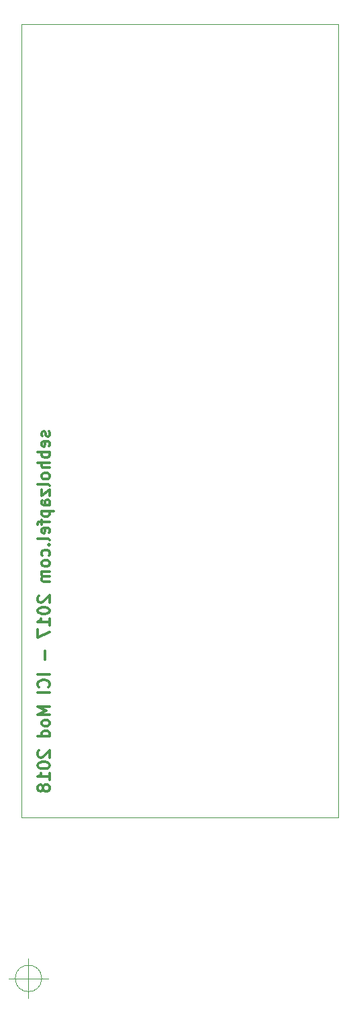
<source format=gbr>
%TF.GenerationSoftware,KiCad,Pcbnew,(5.0.0)*%
%TF.CreationDate,2018-12-09T22:39:23+01:00*%
%TF.ProjectId,formant_vco,666F726D616E745F76636F2E6B696361,rev?*%
%TF.SameCoordinates,Original*%
%TF.FileFunction,Legend,Bot*%
%TF.FilePolarity,Positive*%
%FSLAX46Y46*%
G04 Gerber Fmt 4.6, Leading zero omitted, Abs format (unit mm)*
G04 Created by KiCad (PCBNEW (5.0.0)) date 12/09/18 22:39:23*
%MOMM*%
%LPD*%
G01*
G04 APERTURE LIST*
%ADD10C,0.100000*%
%ADD11C,0.300000*%
G04 APERTURE END LIST*
D10*
X55000000Y-155000000D02*
X95000000Y-155000000D01*
X95000000Y-55000000D02*
X95000000Y-155000000D01*
X55000000Y-55000000D02*
X95000000Y-55000000D01*
X55000000Y-155000000D02*
X55000000Y-55000000D01*
D11*
X58492142Y-106331428D02*
X58563571Y-106474285D01*
X58563571Y-106760000D01*
X58492142Y-106902857D01*
X58349285Y-106974285D01*
X58277857Y-106974285D01*
X58135000Y-106902857D01*
X58063571Y-106760000D01*
X58063571Y-106545714D01*
X57992142Y-106402857D01*
X57849285Y-106331428D01*
X57777857Y-106331428D01*
X57635000Y-106402857D01*
X57563571Y-106545714D01*
X57563571Y-106760000D01*
X57635000Y-106902857D01*
X58492142Y-108188571D02*
X58563571Y-108045714D01*
X58563571Y-107760000D01*
X58492142Y-107617142D01*
X58349285Y-107545714D01*
X57777857Y-107545714D01*
X57635000Y-107617142D01*
X57563571Y-107760000D01*
X57563571Y-108045714D01*
X57635000Y-108188571D01*
X57777857Y-108260000D01*
X57920714Y-108260000D01*
X58063571Y-107545714D01*
X58563571Y-108902857D02*
X57063571Y-108902857D01*
X57635000Y-108902857D02*
X57563571Y-109045714D01*
X57563571Y-109331428D01*
X57635000Y-109474285D01*
X57706428Y-109545714D01*
X57849285Y-109617142D01*
X58277857Y-109617142D01*
X58420714Y-109545714D01*
X58492142Y-109474285D01*
X58563571Y-109331428D01*
X58563571Y-109045714D01*
X58492142Y-108902857D01*
X58563571Y-110260000D02*
X57063571Y-110260000D01*
X58563571Y-110902857D02*
X57777857Y-110902857D01*
X57635000Y-110831428D01*
X57563571Y-110688571D01*
X57563571Y-110474285D01*
X57635000Y-110331428D01*
X57706428Y-110260000D01*
X58563571Y-111831428D02*
X58492142Y-111688571D01*
X58420714Y-111617142D01*
X58277857Y-111545714D01*
X57849285Y-111545714D01*
X57706428Y-111617142D01*
X57635000Y-111688571D01*
X57563571Y-111831428D01*
X57563571Y-112045714D01*
X57635000Y-112188571D01*
X57706428Y-112260000D01*
X57849285Y-112331428D01*
X58277857Y-112331428D01*
X58420714Y-112260000D01*
X58492142Y-112188571D01*
X58563571Y-112045714D01*
X58563571Y-111831428D01*
X58563571Y-113188571D02*
X58492142Y-113045714D01*
X58349285Y-112974285D01*
X57063571Y-112974285D01*
X57563571Y-113617142D02*
X57563571Y-114402857D01*
X58563571Y-113617142D01*
X58563571Y-114402857D01*
X58563571Y-115617142D02*
X57777857Y-115617142D01*
X57635000Y-115545714D01*
X57563571Y-115402857D01*
X57563571Y-115117142D01*
X57635000Y-114974285D01*
X58492142Y-115617142D02*
X58563571Y-115474285D01*
X58563571Y-115117142D01*
X58492142Y-114974285D01*
X58349285Y-114902857D01*
X58206428Y-114902857D01*
X58063571Y-114974285D01*
X57992142Y-115117142D01*
X57992142Y-115474285D01*
X57920714Y-115617142D01*
X57563571Y-116331428D02*
X59063571Y-116331428D01*
X57635000Y-116331428D02*
X57563571Y-116474285D01*
X57563571Y-116760000D01*
X57635000Y-116902857D01*
X57706428Y-116974285D01*
X57849285Y-117045714D01*
X58277857Y-117045714D01*
X58420714Y-116974285D01*
X58492142Y-116902857D01*
X58563571Y-116760000D01*
X58563571Y-116474285D01*
X58492142Y-116331428D01*
X57563571Y-117474285D02*
X57563571Y-118045714D01*
X58563571Y-117688571D02*
X57277857Y-117688571D01*
X57135000Y-117760000D01*
X57063571Y-117902857D01*
X57063571Y-118045714D01*
X58492142Y-119117142D02*
X58563571Y-118974285D01*
X58563571Y-118688571D01*
X58492142Y-118545714D01*
X58349285Y-118474285D01*
X57777857Y-118474285D01*
X57635000Y-118545714D01*
X57563571Y-118688571D01*
X57563571Y-118974285D01*
X57635000Y-119117142D01*
X57777857Y-119188571D01*
X57920714Y-119188571D01*
X58063571Y-118474285D01*
X58563571Y-120045714D02*
X58492142Y-119902857D01*
X58349285Y-119831428D01*
X57063571Y-119831428D01*
X58420714Y-120617142D02*
X58492142Y-120688571D01*
X58563571Y-120617142D01*
X58492142Y-120545714D01*
X58420714Y-120617142D01*
X58563571Y-120617142D01*
X58492142Y-121974285D02*
X58563571Y-121831428D01*
X58563571Y-121545714D01*
X58492142Y-121402857D01*
X58420714Y-121331428D01*
X58277857Y-121260000D01*
X57849285Y-121260000D01*
X57706428Y-121331428D01*
X57635000Y-121402857D01*
X57563571Y-121545714D01*
X57563571Y-121831428D01*
X57635000Y-121974285D01*
X58563571Y-122831428D02*
X58492142Y-122688571D01*
X58420714Y-122617142D01*
X58277857Y-122545714D01*
X57849285Y-122545714D01*
X57706428Y-122617142D01*
X57635000Y-122688571D01*
X57563571Y-122831428D01*
X57563571Y-123045714D01*
X57635000Y-123188571D01*
X57706428Y-123260000D01*
X57849285Y-123331428D01*
X58277857Y-123331428D01*
X58420714Y-123260000D01*
X58492142Y-123188571D01*
X58563571Y-123045714D01*
X58563571Y-122831428D01*
X58563571Y-123974285D02*
X57563571Y-123974285D01*
X57706428Y-123974285D02*
X57635000Y-124045714D01*
X57563571Y-124188571D01*
X57563571Y-124402857D01*
X57635000Y-124545714D01*
X57777857Y-124617142D01*
X58563571Y-124617142D01*
X57777857Y-124617142D02*
X57635000Y-124688571D01*
X57563571Y-124831428D01*
X57563571Y-125045714D01*
X57635000Y-125188571D01*
X57777857Y-125260000D01*
X58563571Y-125260000D01*
X57206428Y-127045714D02*
X57135000Y-127117142D01*
X57063571Y-127260000D01*
X57063571Y-127617142D01*
X57135000Y-127760000D01*
X57206428Y-127831428D01*
X57349285Y-127902857D01*
X57492142Y-127902857D01*
X57706428Y-127831428D01*
X58563571Y-126974285D01*
X58563571Y-127902857D01*
X57063571Y-128831428D02*
X57063571Y-128974285D01*
X57135000Y-129117142D01*
X57206428Y-129188571D01*
X57349285Y-129260000D01*
X57635000Y-129331428D01*
X57992142Y-129331428D01*
X58277857Y-129260000D01*
X58420714Y-129188571D01*
X58492142Y-129117142D01*
X58563571Y-128974285D01*
X58563571Y-128831428D01*
X58492142Y-128688571D01*
X58420714Y-128617142D01*
X58277857Y-128545714D01*
X57992142Y-128474285D01*
X57635000Y-128474285D01*
X57349285Y-128545714D01*
X57206428Y-128617142D01*
X57135000Y-128688571D01*
X57063571Y-128831428D01*
X58563571Y-130760000D02*
X58563571Y-129902857D01*
X58563571Y-130331428D02*
X57063571Y-130331428D01*
X57277857Y-130188571D01*
X57420714Y-130045714D01*
X57492142Y-129902857D01*
X57063571Y-131260000D02*
X57063571Y-132260000D01*
X58563571Y-131617142D01*
X57992142Y-133974285D02*
X57992142Y-135117142D01*
X58563571Y-136974285D02*
X57063571Y-136974285D01*
X58420714Y-138545714D02*
X58492142Y-138474285D01*
X58563571Y-138260000D01*
X58563571Y-138117142D01*
X58492142Y-137902857D01*
X58349285Y-137760000D01*
X58206428Y-137688571D01*
X57920714Y-137617142D01*
X57706428Y-137617142D01*
X57420714Y-137688571D01*
X57277857Y-137760000D01*
X57135000Y-137902857D01*
X57063571Y-138117142D01*
X57063571Y-138260000D01*
X57135000Y-138474285D01*
X57206428Y-138545714D01*
X58563571Y-139188571D02*
X57063571Y-139188571D01*
X58563571Y-141045714D02*
X57063571Y-141045714D01*
X58135000Y-141545714D01*
X57063571Y-142045714D01*
X58563571Y-142045714D01*
X58563571Y-142974285D02*
X58492142Y-142831428D01*
X58420714Y-142760000D01*
X58277857Y-142688571D01*
X57849285Y-142688571D01*
X57706428Y-142760000D01*
X57635000Y-142831428D01*
X57563571Y-142974285D01*
X57563571Y-143188571D01*
X57635000Y-143331428D01*
X57706428Y-143402857D01*
X57849285Y-143474285D01*
X58277857Y-143474285D01*
X58420714Y-143402857D01*
X58492142Y-143331428D01*
X58563571Y-143188571D01*
X58563571Y-142974285D01*
X58563571Y-144760000D02*
X57063571Y-144760000D01*
X58492142Y-144760000D02*
X58563571Y-144617142D01*
X58563571Y-144331428D01*
X58492142Y-144188571D01*
X58420714Y-144117142D01*
X58277857Y-144045714D01*
X57849285Y-144045714D01*
X57706428Y-144117142D01*
X57635000Y-144188571D01*
X57563571Y-144331428D01*
X57563571Y-144617142D01*
X57635000Y-144760000D01*
X57206428Y-146545714D02*
X57135000Y-146617142D01*
X57063571Y-146760000D01*
X57063571Y-147117142D01*
X57135000Y-147260000D01*
X57206428Y-147331428D01*
X57349285Y-147402857D01*
X57492142Y-147402857D01*
X57706428Y-147331428D01*
X58563571Y-146474285D01*
X58563571Y-147402857D01*
X57063571Y-148331428D02*
X57063571Y-148474285D01*
X57135000Y-148617142D01*
X57206428Y-148688571D01*
X57349285Y-148760000D01*
X57635000Y-148831428D01*
X57992142Y-148831428D01*
X58277857Y-148760000D01*
X58420714Y-148688571D01*
X58492142Y-148617142D01*
X58563571Y-148474285D01*
X58563571Y-148331428D01*
X58492142Y-148188571D01*
X58420714Y-148117142D01*
X58277857Y-148045714D01*
X57992142Y-147974285D01*
X57635000Y-147974285D01*
X57349285Y-148045714D01*
X57206428Y-148117142D01*
X57135000Y-148188571D01*
X57063571Y-148331428D01*
X58563571Y-150260000D02*
X58563571Y-149402857D01*
X58563571Y-149831428D02*
X57063571Y-149831428D01*
X57277857Y-149688571D01*
X57420714Y-149545714D01*
X57492142Y-149402857D01*
X57706428Y-151117142D02*
X57635000Y-150974285D01*
X57563571Y-150902857D01*
X57420714Y-150831428D01*
X57349285Y-150831428D01*
X57206428Y-150902857D01*
X57135000Y-150974285D01*
X57063571Y-151117142D01*
X57063571Y-151402857D01*
X57135000Y-151545714D01*
X57206428Y-151617142D01*
X57349285Y-151688571D01*
X57420714Y-151688571D01*
X57563571Y-151617142D01*
X57635000Y-151545714D01*
X57706428Y-151402857D01*
X57706428Y-151117142D01*
X57777857Y-150974285D01*
X57849285Y-150902857D01*
X57992142Y-150831428D01*
X58277857Y-150831428D01*
X58420714Y-150902857D01*
X58492142Y-150974285D01*
X58563571Y-151117142D01*
X58563571Y-151402857D01*
X58492142Y-151545714D01*
X58420714Y-151617142D01*
X58277857Y-151688571D01*
X57992142Y-151688571D01*
X57849285Y-151617142D01*
X57777857Y-151545714D01*
X57706428Y-151402857D01*
D10*
X57551666Y-175260000D02*
G75*
G03X57551666Y-175260000I-1666666J0D01*
G01*
X53385000Y-175260000D02*
X58385000Y-175260000D01*
X55885000Y-172760000D02*
X55885000Y-177760000D01*
M02*

</source>
